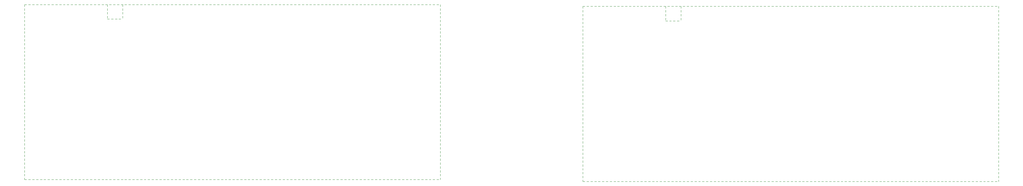
<source format=gbr>
%TF.GenerationSoftware,KiCad,Pcbnew,8.0.8*%
%TF.CreationDate,2025-10-15T12:51:47+03:00*%
%TF.ProjectId,isuzu investment 2,6973757a-7520-4696-9e76-6573746d656e,rev?*%
%TF.SameCoordinates,Original*%
%TF.FileFunction,Legend,Bot*%
%TF.FilePolarity,Positive*%
%FSLAX46Y46*%
G04 Gerber Fmt 4.6, Leading zero omitted, Abs format (unit mm)*
G04 Created by KiCad (PCBNEW 8.0.8) date 2025-10-15 12:51:47*
%MOMM*%
%LPD*%
G01*
G04 APERTURE LIST*
%ADD10C,0.120000*%
G04 APERTURE END LIST*
D10*
%TO.C,U2*%
X22950000Y-18870000D02*
X22950000Y-19370000D01*
X22950000Y-18870000D02*
X23450000Y-18870000D01*
X22950000Y-19870000D02*
X22950000Y-20370000D01*
X22950000Y-20870000D02*
X22950000Y-21370000D01*
X22950000Y-21870000D02*
X22950000Y-22370000D01*
X22950000Y-22870000D02*
X22950000Y-23370000D01*
X22950000Y-23870000D02*
X22950000Y-24370000D01*
X22950000Y-24870000D02*
X22950000Y-25370000D01*
X22950000Y-25870000D02*
X22950000Y-26370000D01*
X22950000Y-26870000D02*
X22950000Y-27370000D01*
X22950000Y-27870000D02*
X22950000Y-28370000D01*
X22950000Y-28870000D02*
X22950000Y-29370000D01*
X22950000Y-29870000D02*
X22950000Y-30370000D01*
X22950000Y-30870000D02*
X22950000Y-31370000D01*
X22950000Y-31870000D02*
X22950000Y-32370000D01*
X22950000Y-32870000D02*
X22950000Y-33370000D01*
X22950000Y-33870000D02*
X22950000Y-34370000D01*
X22950000Y-34870000D02*
X22950000Y-35370000D01*
X22950000Y-35870000D02*
X22950000Y-36370000D01*
X22950000Y-36870000D02*
X22950000Y-37370000D01*
X22950000Y-37870000D02*
X22950000Y-38370000D01*
X22950000Y-38870000D02*
X22950000Y-39370000D01*
X22950000Y-39870000D02*
X22950000Y-40370000D01*
X22950000Y-40870000D02*
X22950000Y-41370000D01*
X22950000Y-41870000D02*
X22950000Y-42370000D01*
X22950000Y-42870000D02*
X22950000Y-43370000D01*
X22950000Y-43870000D02*
X22950000Y-44370000D01*
X22950000Y-44870000D02*
X22950000Y-45370000D01*
X22950000Y-45870000D02*
X22950000Y-46370000D01*
X22950000Y-46870000D02*
X22950000Y-47370000D01*
X22950000Y-47870000D02*
X22950000Y-48370000D01*
X22950000Y-48870000D02*
X22950000Y-49370000D01*
X22950000Y-49870000D02*
X22950000Y-50370000D01*
X22950000Y-50870000D02*
X22950000Y-51370000D01*
X22950000Y-51870000D02*
X22950000Y-52370000D01*
X22950000Y-52870000D02*
X22950000Y-53370000D01*
X22950000Y-53870000D02*
X22950000Y-54370000D01*
X22950000Y-54870000D02*
X22950000Y-55370000D01*
X22950000Y-55870000D02*
X22950000Y-56370000D01*
X22950000Y-56870000D02*
X22950000Y-57370000D01*
X22950000Y-57870000D02*
X22950000Y-58370000D01*
X22950000Y-58870000D02*
X22950000Y-59370000D01*
X22950000Y-59870000D02*
X22950000Y-60370000D01*
X22950000Y-60870000D02*
X22950000Y-61370000D01*
X22950000Y-61870000D02*
X22950000Y-62370000D01*
X22950000Y-62870000D02*
X22950000Y-63370000D01*
X22950000Y-63870000D02*
X22950000Y-64270000D01*
X22950000Y-64270000D02*
X23450000Y-64270000D01*
X23950000Y-18870000D02*
X24450000Y-18870000D01*
X23950000Y-64270000D02*
X24450000Y-64270000D01*
X24950000Y-18870000D02*
X25450000Y-18870000D01*
X24950000Y-64270000D02*
X25450000Y-64270000D01*
X25950000Y-18870000D02*
X26450000Y-18870000D01*
X25950000Y-64270000D02*
X26450000Y-64270000D01*
X26950000Y-18870000D02*
X27450000Y-18870000D01*
X26950000Y-64270000D02*
X27450000Y-64270000D01*
X27950000Y-18870000D02*
X28450000Y-18870000D01*
X27950000Y-64270000D02*
X28450000Y-64270000D01*
X28950000Y-18870000D02*
X29450000Y-18870000D01*
X28950000Y-64270000D02*
X29450000Y-64270000D01*
X29950000Y-18870000D02*
X30450000Y-18870000D01*
X29950000Y-64270000D02*
X30450000Y-64270000D01*
X30950000Y-18870000D02*
X31450000Y-18870000D01*
X30950000Y-64270000D02*
X31450000Y-64270000D01*
X31950000Y-18870000D02*
X32450000Y-18870000D01*
X31950000Y-64270000D02*
X32450000Y-64270000D01*
X32950000Y-18870000D02*
X33450000Y-18870000D01*
X32950000Y-64270000D02*
X33450000Y-64270000D01*
X33950000Y-18870000D02*
X34450000Y-18870000D01*
X33950000Y-64270000D02*
X34450000Y-64270000D01*
X34950000Y-18870000D02*
X35450000Y-18870000D01*
X34950000Y-64270000D02*
X35450000Y-64270000D01*
X35950000Y-18870000D02*
X36450000Y-18870000D01*
X35950000Y-64270000D02*
X36450000Y-64270000D01*
X36950000Y-18870000D02*
X37450000Y-18870000D01*
X36950000Y-64270000D02*
X37450000Y-64270000D01*
X37950000Y-18870000D02*
X38450000Y-18870000D01*
X37950000Y-64270000D02*
X38450000Y-64270000D01*
X38950000Y-18870000D02*
X39450000Y-18870000D01*
X38950000Y-64270000D02*
X39450000Y-64270000D01*
X39950000Y-18870000D02*
X40450000Y-18870000D01*
X39950000Y-64270000D02*
X40450000Y-64270000D01*
X40950000Y-18870000D02*
X41450000Y-18870000D01*
X40950000Y-64270000D02*
X41450000Y-64270000D01*
X41950000Y-18870000D02*
X42450000Y-18870000D01*
X41950000Y-64270000D02*
X42450000Y-64270000D01*
X42950000Y-18870000D02*
X43450000Y-18870000D01*
X42950000Y-64270000D02*
X43450000Y-64270000D01*
X43950000Y-18870000D02*
X44450000Y-18870000D01*
X43950000Y-64270000D02*
X44450000Y-64270000D01*
X44420000Y-18870000D02*
X44420000Y-19370000D01*
X44420000Y-19870000D02*
X44420000Y-20370000D01*
X44420000Y-20870000D02*
X44420000Y-21370000D01*
X44420000Y-21870000D02*
X44420000Y-22370000D01*
X44420000Y-22620000D02*
X44920000Y-22620000D01*
X44950000Y-18870000D02*
X45450000Y-18870000D01*
X44950000Y-64270000D02*
X45450000Y-64270000D01*
X45420000Y-22620000D02*
X45920000Y-22620000D01*
X45950000Y-18870000D02*
X46450000Y-18870000D01*
X45950000Y-64270000D02*
X46450000Y-64270000D01*
X46420000Y-22620000D02*
X46920000Y-22620000D01*
X46950000Y-18870000D02*
X47450000Y-18870000D01*
X46950000Y-64270000D02*
X47450000Y-64270000D01*
X47420000Y-22620000D02*
X47920000Y-22620000D01*
X47950000Y-18870000D02*
X48450000Y-18870000D01*
X47950000Y-64270000D02*
X48450000Y-64270000D01*
X48420000Y-18870000D02*
X48420000Y-19370000D01*
X48420000Y-19870000D02*
X48420000Y-20370000D01*
X48420000Y-20870000D02*
X48420000Y-21370000D01*
X48420000Y-21870000D02*
X48420000Y-22370000D01*
X48950000Y-18870000D02*
X49450000Y-18870000D01*
X48950000Y-64270000D02*
X49450000Y-64270000D01*
X49950000Y-18870000D02*
X50450000Y-18870000D01*
X49950000Y-64270000D02*
X50450000Y-64270000D01*
X50950000Y-18870000D02*
X51450000Y-18870000D01*
X50950000Y-64270000D02*
X51450000Y-64270000D01*
X51950000Y-18870000D02*
X52450000Y-18870000D01*
X51950000Y-64270000D02*
X52450000Y-64270000D01*
X52950000Y-18870000D02*
X53450000Y-18870000D01*
X52950000Y-64270000D02*
X53450000Y-64270000D01*
X53950000Y-18870000D02*
X54450000Y-18870000D01*
X53950000Y-64270000D02*
X54450000Y-64270000D01*
X54950000Y-18870000D02*
X55450000Y-18870000D01*
X54950000Y-64270000D02*
X55450000Y-64270000D01*
X55950000Y-18870000D02*
X56450000Y-18870000D01*
X55950000Y-64270000D02*
X56450000Y-64270000D01*
X56950000Y-18870000D02*
X57450000Y-18870000D01*
X56950000Y-64270000D02*
X57450000Y-64270000D01*
X57950000Y-18870000D02*
X58450000Y-18870000D01*
X57950000Y-64270000D02*
X58450000Y-64270000D01*
X58950000Y-18870000D02*
X59450000Y-18870000D01*
X58950000Y-64270000D02*
X59450000Y-64270000D01*
X59950000Y-18870000D02*
X60450000Y-18870000D01*
X59950000Y-64270000D02*
X60450000Y-64270000D01*
X60950000Y-18870000D02*
X61450000Y-18870000D01*
X60950000Y-64270000D02*
X61450000Y-64270000D01*
X61950000Y-18870000D02*
X62450000Y-18870000D01*
X61950000Y-64270000D02*
X62450000Y-64270000D01*
X62950000Y-18870000D02*
X63450000Y-18870000D01*
X62950000Y-64270000D02*
X63450000Y-64270000D01*
X63950000Y-18870000D02*
X64450000Y-18870000D01*
X63950000Y-64270000D02*
X64450000Y-64270000D01*
X64950000Y-18870000D02*
X65450000Y-18870000D01*
X64950000Y-64270000D02*
X65450000Y-64270000D01*
X65950000Y-18870000D02*
X66450000Y-18870000D01*
X65950000Y-64270000D02*
X66450000Y-64270000D01*
X66950000Y-18870000D02*
X67450000Y-18870000D01*
X66950000Y-64270000D02*
X67450000Y-64270000D01*
X67950000Y-18870000D02*
X68450000Y-18870000D01*
X67950000Y-64270000D02*
X68450000Y-64270000D01*
X68950000Y-18870000D02*
X69450000Y-18870000D01*
X68950000Y-64270000D02*
X69450000Y-64270000D01*
X69950000Y-18870000D02*
X70450000Y-18870000D01*
X69950000Y-64270000D02*
X70450000Y-64270000D01*
X70950000Y-18870000D02*
X71450000Y-18870000D01*
X70950000Y-64270000D02*
X71450000Y-64270000D01*
X71950000Y-18870000D02*
X72450000Y-18870000D01*
X71950000Y-64270000D02*
X72450000Y-64270000D01*
X72950000Y-18870000D02*
X73450000Y-18870000D01*
X72950000Y-64270000D02*
X73450000Y-64270000D01*
X73950000Y-18870000D02*
X74450000Y-18870000D01*
X73950000Y-64270000D02*
X74450000Y-64270000D01*
X74950000Y-18870000D02*
X75450000Y-18870000D01*
X74950000Y-64270000D02*
X75450000Y-64270000D01*
X75950000Y-18870000D02*
X76450000Y-18870000D01*
X75950000Y-64270000D02*
X76450000Y-64270000D01*
X76950000Y-18870000D02*
X77450000Y-18870000D01*
X76950000Y-64270000D02*
X77450000Y-64270000D01*
X77950000Y-18870000D02*
X78450000Y-18870000D01*
X77950000Y-64270000D02*
X78450000Y-64270000D01*
X78950000Y-18870000D02*
X79450000Y-18870000D01*
X78950000Y-64270000D02*
X79450000Y-64270000D01*
X79950000Y-18870000D02*
X80450000Y-18870000D01*
X79950000Y-64270000D02*
X80450000Y-64270000D01*
X80950000Y-18870000D02*
X81450000Y-18870000D01*
X80950000Y-64270000D02*
X81450000Y-64270000D01*
X81950000Y-18870000D02*
X82450000Y-18870000D01*
X81950000Y-64270000D02*
X82450000Y-64270000D01*
X82950000Y-18870000D02*
X83450000Y-18870000D01*
X82950000Y-64270000D02*
X83450000Y-64270000D01*
X83950000Y-18870000D02*
X84450000Y-18870000D01*
X83950000Y-64270000D02*
X84450000Y-64270000D01*
X84950000Y-18870000D02*
X85450000Y-18870000D01*
X84950000Y-64270000D02*
X85450000Y-64270000D01*
X85950000Y-18870000D02*
X86450000Y-18870000D01*
X85950000Y-64270000D02*
X86450000Y-64270000D01*
X86950000Y-18870000D02*
X87450000Y-18870000D01*
X86950000Y-64270000D02*
X87450000Y-64270000D01*
X87950000Y-18870000D02*
X88450000Y-18870000D01*
X87950000Y-64270000D02*
X88450000Y-64270000D01*
X88950000Y-18870000D02*
X89450000Y-18870000D01*
X88950000Y-64270000D02*
X89450000Y-64270000D01*
X89950000Y-18870000D02*
X90450000Y-18870000D01*
X89950000Y-64270000D02*
X90450000Y-64270000D01*
X90950000Y-18870000D02*
X91450000Y-18870000D01*
X90950000Y-64270000D02*
X91450000Y-64270000D01*
X91950000Y-18870000D02*
X92450000Y-18870000D01*
X91950000Y-64270000D02*
X92450000Y-64270000D01*
X92950000Y-18870000D02*
X93450000Y-18870000D01*
X92950000Y-64270000D02*
X93450000Y-64270000D01*
X93950000Y-18870000D02*
X94450000Y-18870000D01*
X93950000Y-64270000D02*
X94450000Y-64270000D01*
X94950000Y-18870000D02*
X95450000Y-18870000D01*
X94950000Y-64270000D02*
X95450000Y-64270000D01*
X95950000Y-18870000D02*
X96450000Y-18870000D01*
X95950000Y-64270000D02*
X96450000Y-64270000D01*
X96950000Y-18870000D02*
X97450000Y-18870000D01*
X96950000Y-64270000D02*
X97450000Y-64270000D01*
X97950000Y-18870000D02*
X98450000Y-18870000D01*
X97950000Y-64270000D02*
X98450000Y-64270000D01*
X98950000Y-18870000D02*
X99450000Y-18870000D01*
X98950000Y-64270000D02*
X99450000Y-64270000D01*
X99950000Y-18870000D02*
X100450000Y-18870000D01*
X99950000Y-64270000D02*
X100450000Y-64270000D01*
X100950000Y-18870000D02*
X101450000Y-18870000D01*
X100950000Y-64270000D02*
X101450000Y-64270000D01*
X101950000Y-18870000D02*
X102450000Y-18870000D01*
X101950000Y-64270000D02*
X102450000Y-64270000D01*
X102950000Y-18870000D02*
X103450000Y-18870000D01*
X102950000Y-64270000D02*
X103450000Y-64270000D01*
X103950000Y-18870000D02*
X104450000Y-18870000D01*
X103950000Y-64270000D02*
X104450000Y-64270000D01*
X104950000Y-18870000D02*
X105450000Y-18870000D01*
X104950000Y-64270000D02*
X105450000Y-64270000D01*
X105950000Y-18870000D02*
X106450000Y-18870000D01*
X105950000Y-64270000D02*
X106450000Y-64270000D01*
X106950000Y-18870000D02*
X107450000Y-18870000D01*
X106950000Y-64270000D02*
X107450000Y-64270000D01*
X107950000Y-18870000D02*
X108450000Y-18870000D01*
X107950000Y-64270000D02*
X108450000Y-64270000D01*
X108950000Y-18870000D02*
X109450000Y-18870000D01*
X108950000Y-64270000D02*
X109450000Y-64270000D01*
X109950000Y-18870000D02*
X110450000Y-18870000D01*
X109950000Y-64270000D02*
X110450000Y-64270000D01*
X110950000Y-18870000D02*
X111450000Y-18870000D01*
X110950000Y-64270000D02*
X111450000Y-64270000D01*
X111950000Y-18870000D02*
X112450000Y-18870000D01*
X111950000Y-64270000D02*
X112450000Y-64270000D01*
X112950000Y-18870000D02*
X113450000Y-18870000D01*
X112950000Y-64270000D02*
X113450000Y-64270000D01*
X113950000Y-18870000D02*
X114450000Y-18870000D01*
X113950000Y-64270000D02*
X114450000Y-64270000D01*
X114950000Y-18870000D02*
X115450000Y-18870000D01*
X114950000Y-64270000D02*
X115450000Y-64270000D01*
X115950000Y-18870000D02*
X116450000Y-18870000D01*
X115950000Y-64270000D02*
X116450000Y-64270000D01*
X116950000Y-18870000D02*
X117450000Y-18870000D01*
X116950000Y-64270000D02*
X117450000Y-64270000D01*
X117950000Y-18870000D02*
X118450000Y-18870000D01*
X117950000Y-64270000D02*
X118450000Y-64270000D01*
X118950000Y-18870000D02*
X119450000Y-18870000D01*
X118950000Y-64270000D02*
X119450000Y-64270000D01*
X119950000Y-18870000D02*
X120450000Y-18870000D01*
X119950000Y-64270000D02*
X120450000Y-64270000D01*
X120950000Y-18870000D02*
X121450000Y-18870000D01*
X120950000Y-64270000D02*
X121450000Y-64270000D01*
X121950000Y-18870000D02*
X122450000Y-18870000D01*
X121950000Y-64270000D02*
X122450000Y-64270000D01*
X122950000Y-18870000D02*
X123450000Y-18870000D01*
X122950000Y-64270000D02*
X123450000Y-64270000D01*
X123950000Y-18870000D02*
X124450000Y-18870000D01*
X123950000Y-64270000D02*
X124450000Y-64270000D01*
X124950000Y-18870000D02*
X125450000Y-18870000D01*
X124950000Y-64270000D02*
X125450000Y-64270000D01*
X125950000Y-18870000D02*
X126450000Y-18870000D01*
X125950000Y-64270000D02*
X126450000Y-64270000D01*
X126950000Y-18870000D02*
X127450000Y-18870000D01*
X126950000Y-64270000D02*
X127450000Y-64270000D01*
X127950000Y-18870000D02*
X128450000Y-18870000D01*
X127950000Y-64270000D02*
X128450000Y-64270000D01*
X128950000Y-18870000D02*
X129450000Y-18870000D01*
X128950000Y-64270000D02*
X129450000Y-64270000D01*
X129950000Y-18870000D02*
X130450000Y-18870000D01*
X129950000Y-64270000D02*
X130450000Y-64270000D01*
X130850000Y-18870000D02*
X130850000Y-19370000D01*
X130850000Y-19870000D02*
X130850000Y-20370000D01*
X130850000Y-20870000D02*
X130850000Y-21370000D01*
X130850000Y-21870000D02*
X130850000Y-22370000D01*
X130850000Y-22870000D02*
X130850000Y-23370000D01*
X130850000Y-23870000D02*
X130850000Y-24370000D01*
X130850000Y-24870000D02*
X130850000Y-25370000D01*
X130850000Y-25870000D02*
X130850000Y-26370000D01*
X130850000Y-26870000D02*
X130850000Y-27370000D01*
X130850000Y-27870000D02*
X130850000Y-28370000D01*
X130850000Y-28870000D02*
X130850000Y-29370000D01*
X130850000Y-29870000D02*
X130850000Y-30370000D01*
X130850000Y-30870000D02*
X130850000Y-31370000D01*
X130850000Y-31870000D02*
X130850000Y-32370000D01*
X130850000Y-32870000D02*
X130850000Y-33370000D01*
X130850000Y-33870000D02*
X130850000Y-34370000D01*
X130850000Y-34870000D02*
X130850000Y-35370000D01*
X130850000Y-35870000D02*
X130850000Y-36370000D01*
X130850000Y-36870000D02*
X130850000Y-37370000D01*
X130850000Y-37870000D02*
X130850000Y-38370000D01*
X130850000Y-38870000D02*
X130850000Y-39370000D01*
X130850000Y-39870000D02*
X130850000Y-40370000D01*
X130850000Y-40870000D02*
X130850000Y-41370000D01*
X130850000Y-41870000D02*
X130850000Y-42370000D01*
X130850000Y-42870000D02*
X130850000Y-43370000D01*
X130850000Y-43870000D02*
X130850000Y-44370000D01*
X130850000Y-44870000D02*
X130850000Y-45370000D01*
X130850000Y-45870000D02*
X130850000Y-46370000D01*
X130850000Y-46870000D02*
X130850000Y-47370000D01*
X130850000Y-47870000D02*
X130850000Y-48370000D01*
X130850000Y-48870000D02*
X130850000Y-49370000D01*
X130850000Y-49870000D02*
X130850000Y-50370000D01*
X130850000Y-50870000D02*
X130850000Y-51370000D01*
X130850000Y-51870000D02*
X130850000Y-52370000D01*
X130850000Y-52870000D02*
X130850000Y-53370000D01*
X130850000Y-53870000D02*
X130850000Y-54370000D01*
X130850000Y-54870000D02*
X130850000Y-55370000D01*
X130850000Y-55870000D02*
X130850000Y-56370000D01*
X130850000Y-56870000D02*
X130850000Y-57370000D01*
X130850000Y-57870000D02*
X130850000Y-58370000D01*
X130850000Y-58870000D02*
X130850000Y-59370000D01*
X130850000Y-59870000D02*
X130850000Y-60370000D01*
X130850000Y-60870000D02*
X130850000Y-61370000D01*
X130850000Y-61870000D02*
X130850000Y-62370000D01*
X130850000Y-62870000D02*
X130850000Y-63370000D01*
X130850000Y-63870000D02*
X130850000Y-64270000D01*
%TO.C,U1*%
X167880000Y-19350000D02*
X167880000Y-19850000D01*
X167880000Y-19350000D02*
X168380000Y-19350000D01*
X167880000Y-20350000D02*
X167880000Y-20850000D01*
X167880000Y-21350000D02*
X167880000Y-21850000D01*
X167880000Y-22350000D02*
X167880000Y-22850000D01*
X167880000Y-23350000D02*
X167880000Y-23850000D01*
X167880000Y-24350000D02*
X167880000Y-24850000D01*
X167880000Y-25350000D02*
X167880000Y-25850000D01*
X167880000Y-26350000D02*
X167880000Y-26850000D01*
X167880000Y-27350000D02*
X167880000Y-27850000D01*
X167880000Y-28350000D02*
X167880000Y-28850000D01*
X167880000Y-29350000D02*
X167880000Y-29850000D01*
X167880000Y-30350000D02*
X167880000Y-30850000D01*
X167880000Y-31350000D02*
X167880000Y-31850000D01*
X167880000Y-32350000D02*
X167880000Y-32850000D01*
X167880000Y-33350000D02*
X167880000Y-33850000D01*
X167880000Y-34350000D02*
X167880000Y-34850000D01*
X167880000Y-35350000D02*
X167880000Y-35850000D01*
X167880000Y-36350000D02*
X167880000Y-36850000D01*
X167880000Y-37350000D02*
X167880000Y-37850000D01*
X167880000Y-38350000D02*
X167880000Y-38850000D01*
X167880000Y-39350000D02*
X167880000Y-39850000D01*
X167880000Y-40350000D02*
X167880000Y-40850000D01*
X167880000Y-41350000D02*
X167880000Y-41850000D01*
X167880000Y-42350000D02*
X167880000Y-42850000D01*
X167880000Y-43350000D02*
X167880000Y-43850000D01*
X167880000Y-44350000D02*
X167880000Y-44850000D01*
X167880000Y-45350000D02*
X167880000Y-45850000D01*
X167880000Y-46350000D02*
X167880000Y-46850000D01*
X167880000Y-47350000D02*
X167880000Y-47850000D01*
X167880000Y-48350000D02*
X167880000Y-48850000D01*
X167880000Y-49350000D02*
X167880000Y-49850000D01*
X167880000Y-50350000D02*
X167880000Y-50850000D01*
X167880000Y-51350000D02*
X167880000Y-51850000D01*
X167880000Y-52350000D02*
X167880000Y-52850000D01*
X167880000Y-53350000D02*
X167880000Y-53850000D01*
X167880000Y-54350000D02*
X167880000Y-54850000D01*
X167880000Y-55350000D02*
X167880000Y-55850000D01*
X167880000Y-56350000D02*
X167880000Y-56850000D01*
X167880000Y-57350000D02*
X167880000Y-57850000D01*
X167880000Y-58350000D02*
X167880000Y-58850000D01*
X167880000Y-59350000D02*
X167880000Y-59850000D01*
X167880000Y-60350000D02*
X167880000Y-60850000D01*
X167880000Y-61350000D02*
X167880000Y-61850000D01*
X167880000Y-62350000D02*
X167880000Y-62850000D01*
X167880000Y-63350000D02*
X167880000Y-63850000D01*
X167880000Y-64350000D02*
X167880000Y-64750000D01*
X167880000Y-64750000D02*
X168380000Y-64750000D01*
X168880000Y-19350000D02*
X169380000Y-19350000D01*
X168880000Y-64750000D02*
X169380000Y-64750000D01*
X169880000Y-19350000D02*
X170380000Y-19350000D01*
X169880000Y-64750000D02*
X170380000Y-64750000D01*
X170880000Y-19350000D02*
X171380000Y-19350000D01*
X170880000Y-64750000D02*
X171380000Y-64750000D01*
X171880000Y-19350000D02*
X172380000Y-19350000D01*
X171880000Y-64750000D02*
X172380000Y-64750000D01*
X172880000Y-19350000D02*
X173380000Y-19350000D01*
X172880000Y-64750000D02*
X173380000Y-64750000D01*
X173880000Y-19350000D02*
X174380000Y-19350000D01*
X173880000Y-64750000D02*
X174380000Y-64750000D01*
X174880000Y-19350000D02*
X175380000Y-19350000D01*
X174880000Y-64750000D02*
X175380000Y-64750000D01*
X175880000Y-19350000D02*
X176380000Y-19350000D01*
X175880000Y-64750000D02*
X176380000Y-64750000D01*
X176880000Y-19350000D02*
X177380000Y-19350000D01*
X176880000Y-64750000D02*
X177380000Y-64750000D01*
X177880000Y-19350000D02*
X178380000Y-19350000D01*
X177880000Y-64750000D02*
X178380000Y-64750000D01*
X178880000Y-19350000D02*
X179380000Y-19350000D01*
X178880000Y-64750000D02*
X179380000Y-64750000D01*
X179880000Y-19350000D02*
X180380000Y-19350000D01*
X179880000Y-64750000D02*
X180380000Y-64750000D01*
X180880000Y-19350000D02*
X181380000Y-19350000D01*
X180880000Y-64750000D02*
X181380000Y-64750000D01*
X181880000Y-19350000D02*
X182380000Y-19350000D01*
X181880000Y-64750000D02*
X182380000Y-64750000D01*
X182880000Y-19350000D02*
X183380000Y-19350000D01*
X182880000Y-64750000D02*
X183380000Y-64750000D01*
X183880000Y-19350000D02*
X184380000Y-19350000D01*
X183880000Y-64750000D02*
X184380000Y-64750000D01*
X184880000Y-19350000D02*
X185380000Y-19350000D01*
X184880000Y-64750000D02*
X185380000Y-64750000D01*
X185880000Y-19350000D02*
X186380000Y-19350000D01*
X185880000Y-64750000D02*
X186380000Y-64750000D01*
X186880000Y-19350000D02*
X187380000Y-19350000D01*
X186880000Y-64750000D02*
X187380000Y-64750000D01*
X187880000Y-19350000D02*
X188380000Y-19350000D01*
X187880000Y-64750000D02*
X188380000Y-64750000D01*
X188880000Y-19350000D02*
X189380000Y-19350000D01*
X188880000Y-64750000D02*
X189380000Y-64750000D01*
X189350000Y-19350000D02*
X189350000Y-19850000D01*
X189350000Y-20350000D02*
X189350000Y-20850000D01*
X189350000Y-21350000D02*
X189350000Y-21850000D01*
X189350000Y-22350000D02*
X189350000Y-22850000D01*
X189350000Y-23100000D02*
X189850000Y-23100000D01*
X189880000Y-19350000D02*
X190380000Y-19350000D01*
X189880000Y-64750000D02*
X190380000Y-64750000D01*
X190350000Y-23100000D02*
X190850000Y-23100000D01*
X190880000Y-19350000D02*
X191380000Y-19350000D01*
X190880000Y-64750000D02*
X191380000Y-64750000D01*
X191350000Y-23100000D02*
X191850000Y-23100000D01*
X191880000Y-19350000D02*
X192380000Y-19350000D01*
X191880000Y-64750000D02*
X192380000Y-64750000D01*
X192350000Y-23100000D02*
X192850000Y-23100000D01*
X192880000Y-19350000D02*
X193380000Y-19350000D01*
X192880000Y-64750000D02*
X193380000Y-64750000D01*
X193350000Y-19350000D02*
X193350000Y-19850000D01*
X193350000Y-20350000D02*
X193350000Y-20850000D01*
X193350000Y-21350000D02*
X193350000Y-21850000D01*
X193350000Y-22350000D02*
X193350000Y-22850000D01*
X193880000Y-19350000D02*
X194380000Y-19350000D01*
X193880000Y-64750000D02*
X194380000Y-64750000D01*
X194880000Y-19350000D02*
X195380000Y-19350000D01*
X194880000Y-64750000D02*
X195380000Y-64750000D01*
X195880000Y-19350000D02*
X196380000Y-19350000D01*
X195880000Y-64750000D02*
X196380000Y-64750000D01*
X196880000Y-19350000D02*
X197380000Y-19350000D01*
X196880000Y-64750000D02*
X197380000Y-64750000D01*
X197880000Y-19350000D02*
X198380000Y-19350000D01*
X197880000Y-64750000D02*
X198380000Y-64750000D01*
X198880000Y-19350000D02*
X199380000Y-19350000D01*
X198880000Y-64750000D02*
X199380000Y-64750000D01*
X199880000Y-19350000D02*
X200380000Y-19350000D01*
X199880000Y-64750000D02*
X200380000Y-64750000D01*
X200880000Y-19350000D02*
X201380000Y-19350000D01*
X200880000Y-64750000D02*
X201380000Y-64750000D01*
X201880000Y-19350000D02*
X202380000Y-19350000D01*
X201880000Y-64750000D02*
X202380000Y-64750000D01*
X202880000Y-19350000D02*
X203380000Y-19350000D01*
X202880000Y-64750000D02*
X203380000Y-64750000D01*
X203880000Y-19350000D02*
X204380000Y-19350000D01*
X203880000Y-64750000D02*
X204380000Y-64750000D01*
X204880000Y-19350000D02*
X205380000Y-19350000D01*
X204880000Y-64750000D02*
X205380000Y-64750000D01*
X205880000Y-19350000D02*
X206380000Y-19350000D01*
X205880000Y-64750000D02*
X206380000Y-64750000D01*
X206880000Y-19350000D02*
X207380000Y-19350000D01*
X206880000Y-64750000D02*
X207380000Y-64750000D01*
X207880000Y-19350000D02*
X208380000Y-19350000D01*
X207880000Y-64750000D02*
X208380000Y-64750000D01*
X208880000Y-19350000D02*
X209380000Y-19350000D01*
X208880000Y-64750000D02*
X209380000Y-64750000D01*
X209880000Y-19350000D02*
X210380000Y-19350000D01*
X209880000Y-64750000D02*
X210380000Y-64750000D01*
X210880000Y-19350000D02*
X211380000Y-19350000D01*
X210880000Y-64750000D02*
X211380000Y-64750000D01*
X211880000Y-19350000D02*
X212380000Y-19350000D01*
X211880000Y-64750000D02*
X212380000Y-64750000D01*
X212880000Y-19350000D02*
X213380000Y-19350000D01*
X212880000Y-64750000D02*
X213380000Y-64750000D01*
X213880000Y-19350000D02*
X214380000Y-19350000D01*
X213880000Y-64750000D02*
X214380000Y-64750000D01*
X214880000Y-19350000D02*
X215380000Y-19350000D01*
X214880000Y-64750000D02*
X215380000Y-64750000D01*
X215880000Y-19350000D02*
X216380000Y-19350000D01*
X215880000Y-64750000D02*
X216380000Y-64750000D01*
X216880000Y-19350000D02*
X217380000Y-19350000D01*
X216880000Y-64750000D02*
X217380000Y-64750000D01*
X217880000Y-19350000D02*
X218380000Y-19350000D01*
X217880000Y-64750000D02*
X218380000Y-64750000D01*
X218880000Y-19350000D02*
X219380000Y-19350000D01*
X218880000Y-64750000D02*
X219380000Y-64750000D01*
X219880000Y-19350000D02*
X220380000Y-19350000D01*
X219880000Y-64750000D02*
X220380000Y-64750000D01*
X220880000Y-19350000D02*
X221380000Y-19350000D01*
X220880000Y-64750000D02*
X221380000Y-64750000D01*
X221880000Y-19350000D02*
X222380000Y-19350000D01*
X221880000Y-64750000D02*
X222380000Y-64750000D01*
X222880000Y-19350000D02*
X223380000Y-19350000D01*
X222880000Y-64750000D02*
X223380000Y-64750000D01*
X223880000Y-19350000D02*
X224380000Y-19350000D01*
X223880000Y-64750000D02*
X224380000Y-64750000D01*
X224880000Y-19350000D02*
X225380000Y-19350000D01*
X224880000Y-64750000D02*
X225380000Y-64750000D01*
X225880000Y-19350000D02*
X226380000Y-19350000D01*
X225880000Y-64750000D02*
X226380000Y-64750000D01*
X226880000Y-19350000D02*
X227380000Y-19350000D01*
X226880000Y-64750000D02*
X227380000Y-64750000D01*
X227880000Y-19350000D02*
X228380000Y-19350000D01*
X227880000Y-64750000D02*
X228380000Y-64750000D01*
X228880000Y-19350000D02*
X229380000Y-19350000D01*
X228880000Y-64750000D02*
X229380000Y-64750000D01*
X229880000Y-19350000D02*
X230380000Y-19350000D01*
X229880000Y-64750000D02*
X230380000Y-64750000D01*
X230880000Y-19350000D02*
X231380000Y-19350000D01*
X230880000Y-64750000D02*
X231380000Y-64750000D01*
X231880000Y-19350000D02*
X232380000Y-19350000D01*
X231880000Y-64750000D02*
X232380000Y-64750000D01*
X232880000Y-19350000D02*
X233380000Y-19350000D01*
X232880000Y-64750000D02*
X233380000Y-64750000D01*
X233880000Y-19350000D02*
X234380000Y-19350000D01*
X233880000Y-64750000D02*
X234380000Y-64750000D01*
X234880000Y-19350000D02*
X235380000Y-19350000D01*
X234880000Y-64750000D02*
X235380000Y-64750000D01*
X235880000Y-19350000D02*
X236380000Y-19350000D01*
X235880000Y-64750000D02*
X236380000Y-64750000D01*
X236880000Y-19350000D02*
X237380000Y-19350000D01*
X236880000Y-64750000D02*
X237380000Y-64750000D01*
X237880000Y-19350000D02*
X238380000Y-19350000D01*
X237880000Y-64750000D02*
X238380000Y-64750000D01*
X238880000Y-19350000D02*
X239380000Y-19350000D01*
X238880000Y-64750000D02*
X239380000Y-64750000D01*
X239880000Y-19350000D02*
X240380000Y-19350000D01*
X239880000Y-64750000D02*
X240380000Y-64750000D01*
X240880000Y-19350000D02*
X241380000Y-19350000D01*
X240880000Y-64750000D02*
X241380000Y-64750000D01*
X241880000Y-19350000D02*
X242380000Y-19350000D01*
X241880000Y-64750000D02*
X242380000Y-64750000D01*
X242880000Y-19350000D02*
X243380000Y-19350000D01*
X242880000Y-64750000D02*
X243380000Y-64750000D01*
X243880000Y-19350000D02*
X244380000Y-19350000D01*
X243880000Y-64750000D02*
X244380000Y-64750000D01*
X244880000Y-19350000D02*
X245380000Y-19350000D01*
X244880000Y-64750000D02*
X245380000Y-64750000D01*
X245880000Y-19350000D02*
X246380000Y-19350000D01*
X245880000Y-64750000D02*
X246380000Y-64750000D01*
X246880000Y-19350000D02*
X247380000Y-19350000D01*
X246880000Y-64750000D02*
X247380000Y-64750000D01*
X247880000Y-19350000D02*
X248380000Y-19350000D01*
X247880000Y-64750000D02*
X248380000Y-64750000D01*
X248880000Y-19350000D02*
X249380000Y-19350000D01*
X248880000Y-64750000D02*
X249380000Y-64750000D01*
X249880000Y-19350000D02*
X250380000Y-19350000D01*
X249880000Y-64750000D02*
X250380000Y-64750000D01*
X250880000Y-19350000D02*
X251380000Y-19350000D01*
X250880000Y-64750000D02*
X251380000Y-64750000D01*
X251880000Y-19350000D02*
X252380000Y-19350000D01*
X251880000Y-64750000D02*
X252380000Y-64750000D01*
X252880000Y-19350000D02*
X253380000Y-19350000D01*
X252880000Y-64750000D02*
X253380000Y-64750000D01*
X253880000Y-19350000D02*
X254380000Y-19350000D01*
X253880000Y-64750000D02*
X254380000Y-64750000D01*
X254880000Y-19350000D02*
X255380000Y-19350000D01*
X254880000Y-64750000D02*
X255380000Y-64750000D01*
X255880000Y-19350000D02*
X256380000Y-19350000D01*
X255880000Y-64750000D02*
X256380000Y-64750000D01*
X256880000Y-19350000D02*
X257380000Y-19350000D01*
X256880000Y-64750000D02*
X257380000Y-64750000D01*
X257880000Y-19350000D02*
X258380000Y-19350000D01*
X257880000Y-64750000D02*
X258380000Y-64750000D01*
X258880000Y-19350000D02*
X259380000Y-19350000D01*
X258880000Y-64750000D02*
X259380000Y-64750000D01*
X259880000Y-19350000D02*
X260380000Y-19350000D01*
X259880000Y-64750000D02*
X260380000Y-64750000D01*
X260880000Y-19350000D02*
X261380000Y-19350000D01*
X260880000Y-64750000D02*
X261380000Y-64750000D01*
X261880000Y-19350000D02*
X262380000Y-19350000D01*
X261880000Y-64750000D02*
X262380000Y-64750000D01*
X262880000Y-19350000D02*
X263380000Y-19350000D01*
X262880000Y-64750000D02*
X263380000Y-64750000D01*
X263880000Y-19350000D02*
X264380000Y-19350000D01*
X263880000Y-64750000D02*
X264380000Y-64750000D01*
X264880000Y-19350000D02*
X265380000Y-19350000D01*
X264880000Y-64750000D02*
X265380000Y-64750000D01*
X265880000Y-19350000D02*
X266380000Y-19350000D01*
X265880000Y-64750000D02*
X266380000Y-64750000D01*
X266880000Y-19350000D02*
X267380000Y-19350000D01*
X266880000Y-64750000D02*
X267380000Y-64750000D01*
X267880000Y-19350000D02*
X268380000Y-19350000D01*
X267880000Y-64750000D02*
X268380000Y-64750000D01*
X268880000Y-19350000D02*
X269380000Y-19350000D01*
X268880000Y-64750000D02*
X269380000Y-64750000D01*
X269880000Y-19350000D02*
X270380000Y-19350000D01*
X269880000Y-64750000D02*
X270380000Y-64750000D01*
X270880000Y-19350000D02*
X271380000Y-19350000D01*
X270880000Y-64750000D02*
X271380000Y-64750000D01*
X271880000Y-19350000D02*
X272380000Y-19350000D01*
X271880000Y-64750000D02*
X272380000Y-64750000D01*
X272880000Y-19350000D02*
X273380000Y-19350000D01*
X272880000Y-64750000D02*
X273380000Y-64750000D01*
X273880000Y-19350000D02*
X274380000Y-19350000D01*
X273880000Y-64750000D02*
X274380000Y-64750000D01*
X274880000Y-19350000D02*
X275380000Y-19350000D01*
X274880000Y-64750000D02*
X275380000Y-64750000D01*
X275780000Y-19350000D02*
X275780000Y-19850000D01*
X275780000Y-20350000D02*
X275780000Y-20850000D01*
X275780000Y-21350000D02*
X275780000Y-21850000D01*
X275780000Y-22350000D02*
X275780000Y-22850000D01*
X275780000Y-23350000D02*
X275780000Y-23850000D01*
X275780000Y-24350000D02*
X275780000Y-24850000D01*
X275780000Y-25350000D02*
X275780000Y-25850000D01*
X275780000Y-26350000D02*
X275780000Y-26850000D01*
X275780000Y-27350000D02*
X275780000Y-27850000D01*
X275780000Y-28350000D02*
X275780000Y-28850000D01*
X275780000Y-29350000D02*
X275780000Y-29850000D01*
X275780000Y-30350000D02*
X275780000Y-30850000D01*
X275780000Y-31350000D02*
X275780000Y-31850000D01*
X275780000Y-32350000D02*
X275780000Y-32850000D01*
X275780000Y-33350000D02*
X275780000Y-33850000D01*
X275780000Y-34350000D02*
X275780000Y-34850000D01*
X275780000Y-35350000D02*
X275780000Y-35850000D01*
X275780000Y-36350000D02*
X275780000Y-36850000D01*
X275780000Y-37350000D02*
X275780000Y-37850000D01*
X275780000Y-38350000D02*
X275780000Y-38850000D01*
X275780000Y-39350000D02*
X275780000Y-39850000D01*
X275780000Y-40350000D02*
X275780000Y-40850000D01*
X275780000Y-41350000D02*
X275780000Y-41850000D01*
X275780000Y-42350000D02*
X275780000Y-42850000D01*
X275780000Y-43350000D02*
X275780000Y-43850000D01*
X275780000Y-44350000D02*
X275780000Y-44850000D01*
X275780000Y-45350000D02*
X275780000Y-45850000D01*
X275780000Y-46350000D02*
X275780000Y-46850000D01*
X275780000Y-47350000D02*
X275780000Y-47850000D01*
X275780000Y-48350000D02*
X275780000Y-48850000D01*
X275780000Y-49350000D02*
X275780000Y-49850000D01*
X275780000Y-50350000D02*
X275780000Y-50850000D01*
X275780000Y-51350000D02*
X275780000Y-51850000D01*
X275780000Y-52350000D02*
X275780000Y-52850000D01*
X275780000Y-53350000D02*
X275780000Y-53850000D01*
X275780000Y-54350000D02*
X275780000Y-54850000D01*
X275780000Y-55350000D02*
X275780000Y-55850000D01*
X275780000Y-56350000D02*
X275780000Y-56850000D01*
X275780000Y-57350000D02*
X275780000Y-57850000D01*
X275780000Y-58350000D02*
X275780000Y-58850000D01*
X275780000Y-59350000D02*
X275780000Y-59850000D01*
X275780000Y-60350000D02*
X275780000Y-60850000D01*
X275780000Y-61350000D02*
X275780000Y-61850000D01*
X275780000Y-62350000D02*
X275780000Y-62850000D01*
X275780000Y-63350000D02*
X275780000Y-63850000D01*
X275780000Y-64350000D02*
X275780000Y-64750000D01*
%TD*%
M02*

</source>
